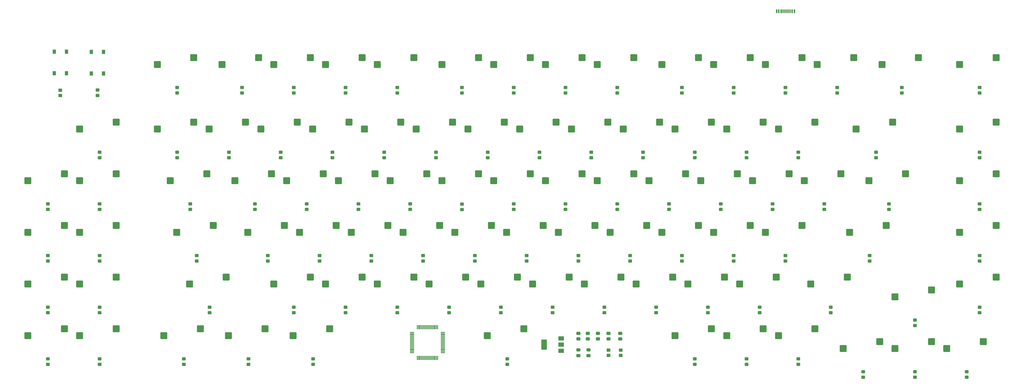
<source format=gbp>
G04 #@! TF.GenerationSoftware,KiCad,Pcbnew,(6.0.11)*
G04 #@! TF.CreationDate,2023-03-01T19:49:01+07:00*
G04 #@! TF.ProjectId,QCK,51434b2e-6b69-4636-9164-5f7063625858,rev?*
G04 #@! TF.SameCoordinates,Original*
G04 #@! TF.FileFunction,Paste,Bot*
G04 #@! TF.FilePolarity,Positive*
%FSLAX46Y46*%
G04 Gerber Fmt 4.6, Leading zero omitted, Abs format (unit mm)*
G04 Created by KiCad (PCBNEW (6.0.11)) date 2023-03-01 19:49:01*
%MOMM*%
%LPD*%
G01*
G04 APERTURE LIST*
G04 Aperture macros list*
%AMRoundRect*
0 Rectangle with rounded corners*
0 $1 Rounding radius*
0 $2 $3 $4 $5 $6 $7 $8 $9 X,Y pos of 4 corners*
0 Add a 4 corners polygon primitive as box body*
4,1,4,$2,$3,$4,$5,$6,$7,$8,$9,$2,$3,0*
0 Add four circle primitives for the rounded corners*
1,1,$1+$1,$2,$3*
1,1,$1+$1,$4,$5*
1,1,$1+$1,$6,$7*
1,1,$1+$1,$8,$9*
0 Add four rect primitives between the rounded corners*
20,1,$1+$1,$2,$3,$4,$5,0*
20,1,$1+$1,$4,$5,$6,$7,0*
20,1,$1+$1,$6,$7,$8,$9,0*
20,1,$1+$1,$8,$9,$2,$3,0*%
G04 Aperture macros list end*
%ADD10RoundRect,0.250000X0.450000X-0.325000X0.450000X0.325000X-0.450000X0.325000X-0.450000X-0.325000X0*%
%ADD11RoundRect,0.250000X1.025000X1.000000X-1.025000X1.000000X-1.025000X-1.000000X1.025000X-1.000000X0*%
%ADD12R,1.300000X1.550000*%
%ADD13R,2.000000X1.500000*%
%ADD14R,2.000000X3.800000*%
%ADD15RoundRect,0.075000X-0.700000X-0.075000X0.700000X-0.075000X0.700000X0.075000X-0.700000X0.075000X0*%
%ADD16RoundRect,0.075000X-0.075000X-0.700000X0.075000X-0.700000X0.075000X0.700000X-0.075000X0.700000X0*%
%ADD17RoundRect,0.250000X-0.450000X0.350000X-0.450000X-0.350000X0.450000X-0.350000X0.450000X0.350000X0*%
%ADD18RoundRect,0.250000X0.475000X-0.337500X0.475000X0.337500X-0.475000X0.337500X-0.475000X-0.337500X0*%
%ADD19R,0.600000X1.450000*%
%ADD20R,0.300000X1.450000*%
G04 APERTURE END LIST*
D10*
X334960000Y-135022493D03*
X334960000Y-132972493D03*
X168272500Y-73253743D03*
X168272500Y-71203743D03*
D11*
X265687500Y-43494993D03*
X279137500Y-40954993D03*
D10*
X358772500Y-111209993D03*
X358772500Y-109159993D03*
D11*
X299025000Y-19682493D03*
X312475000Y-17142493D03*
D10*
X89691250Y-130259993D03*
X89691250Y-128209993D03*
D11*
X246637500Y-43494993D03*
X260087500Y-40954993D03*
D10*
X106360000Y-111209993D03*
X106360000Y-109159993D03*
D11*
X94237500Y-43494993D03*
X107687500Y-40954993D03*
X99000000Y-100644993D03*
X112450000Y-98104993D03*
D10*
X325435000Y-73109993D03*
X325435000Y-71059993D03*
D12*
X31864375Y-15067493D03*
X31864375Y-23017493D03*
X36364375Y-15067493D03*
X36364375Y-23017493D03*
D11*
X246637500Y-119694993D03*
X260087500Y-117154993D03*
X58518750Y-119694993D03*
X71968750Y-117154993D03*
X132337500Y-43494993D03*
X145787500Y-40954993D03*
D10*
X334960000Y-115972493D03*
X334960000Y-113922493D03*
X15872500Y-111209993D03*
X15872500Y-109159993D03*
X287335000Y-92159993D03*
X287335000Y-90109993D03*
D11*
X160912500Y-62544993D03*
X174362500Y-60004993D03*
D10*
X187322500Y-73109993D03*
X187322500Y-71059993D03*
D11*
X313312500Y-43494993D03*
X326762500Y-40954993D03*
X8512500Y-81594993D03*
X21962500Y-79054993D03*
X27562500Y-43494993D03*
X41012500Y-40954993D03*
X63281250Y-81594993D03*
X76731250Y-79054993D03*
D10*
X244472500Y-73109993D03*
X244472500Y-71059993D03*
X220660000Y-111209993D03*
X220660000Y-109159993D03*
D11*
X351412500Y-81594993D03*
X364862500Y-79054993D03*
D10*
X34922500Y-73109993D03*
X34922500Y-71059993D03*
X318291250Y-92159993D03*
X318291250Y-90109993D03*
X211135000Y-92159993D03*
X211135000Y-90109993D03*
X173035000Y-92159993D03*
X173035000Y-90109993D03*
D11*
X265687500Y-119694993D03*
X279137500Y-117154993D03*
D10*
X92072500Y-73109993D03*
X92072500Y-71059993D03*
D11*
X79950000Y-19682493D03*
X93400000Y-17142493D03*
X279975000Y-19682493D03*
X293425000Y-17142493D03*
X82331250Y-119694993D03*
X95781250Y-117154993D03*
D10*
X277810000Y-111209993D03*
X277810000Y-109159993D03*
D11*
X327600000Y-105407493D03*
X341050000Y-102867493D03*
D10*
X63497500Y-30247493D03*
X63497500Y-28197493D03*
D11*
X156150000Y-100644993D03*
X169600000Y-98104993D03*
X27562500Y-119694993D03*
X41012500Y-117154993D03*
D10*
X253997500Y-54059993D03*
X253997500Y-52009993D03*
D11*
X179962500Y-62544993D03*
X193412500Y-60004993D03*
D10*
X253997500Y-130259993D03*
X253997500Y-128209993D03*
X187322500Y-30247493D03*
X187322500Y-28197493D03*
X358772500Y-30247493D03*
X358772500Y-28197493D03*
D11*
X260925000Y-81594993D03*
X274375000Y-79054993D03*
D10*
X306385000Y-30247493D03*
X306385000Y-28197493D03*
X75403750Y-111209993D03*
X75403750Y-109159993D03*
X206372500Y-73109993D03*
X206372500Y-71059993D03*
D11*
X146625000Y-81594993D03*
X160075000Y-79054993D03*
D13*
X204760000Y-120728743D03*
D14*
X198460000Y-123028743D03*
D13*
X204760000Y-123028743D03*
X204760000Y-125328743D03*
D11*
X203775000Y-81594993D03*
X217225000Y-79054993D03*
X222825000Y-81594993D03*
X236275000Y-79054993D03*
X8512500Y-119694993D03*
X21962500Y-117154993D03*
D10*
X115885000Y-92159993D03*
X115885000Y-90109993D03*
D11*
X27562500Y-62544993D03*
X41012500Y-60004993D03*
X179962500Y-19682493D03*
X193412500Y-17142493D03*
X241875000Y-81594993D03*
X255325000Y-79054993D03*
X296643750Y-100644993D03*
X310093750Y-98104993D03*
D15*
X149897500Y-125984993D03*
X149897500Y-125484993D03*
X149897500Y-124984993D03*
X149897500Y-124484993D03*
X149897500Y-123984993D03*
X149897500Y-123484993D03*
X149897500Y-122984993D03*
X149897500Y-122484993D03*
X149897500Y-121984993D03*
X149897500Y-121484993D03*
X149897500Y-120984993D03*
X149897500Y-120484993D03*
X149897500Y-119984993D03*
X149897500Y-119484993D03*
X149897500Y-118984993D03*
X149897500Y-118484993D03*
D16*
X151822500Y-116559993D03*
X152322500Y-116559993D03*
X152822500Y-116559993D03*
X153322500Y-116559993D03*
X153822500Y-116559993D03*
X154322500Y-116559993D03*
X154822500Y-116559993D03*
X155322500Y-116559993D03*
X155822500Y-116559993D03*
X156322500Y-116559993D03*
X156822500Y-116559993D03*
X157322500Y-116559993D03*
X157822500Y-116559993D03*
X158322500Y-116559993D03*
X158822500Y-116559993D03*
X159322500Y-116559993D03*
D15*
X161247500Y-118484993D03*
X161247500Y-118984993D03*
X161247500Y-119484993D03*
X161247500Y-119984993D03*
X161247500Y-120484993D03*
X161247500Y-120984993D03*
X161247500Y-121484993D03*
X161247500Y-121984993D03*
X161247500Y-122484993D03*
X161247500Y-122984993D03*
X161247500Y-123484993D03*
X161247500Y-123984993D03*
X161247500Y-124484993D03*
X161247500Y-124984993D03*
X161247500Y-125484993D03*
X161247500Y-125984993D03*
D16*
X159322500Y-127909993D03*
X158822500Y-127909993D03*
X158322500Y-127909993D03*
X157822500Y-127909993D03*
X157322500Y-127909993D03*
X156822500Y-127909993D03*
X156322500Y-127909993D03*
X155822500Y-127909993D03*
X155322500Y-127909993D03*
X154822500Y-127909993D03*
X154322500Y-127909993D03*
X153822500Y-127909993D03*
X153322500Y-127909993D03*
X152822500Y-127909993D03*
X152322500Y-127909993D03*
X151822500Y-127909993D03*
D10*
X70641250Y-92159993D03*
X70641250Y-90109993D03*
X34922500Y-130259993D03*
X34922500Y-128209993D03*
X125410000Y-111209993D03*
X125410000Y-109159993D03*
D17*
X222247500Y-124997493D03*
X222247500Y-126997493D03*
D10*
X196847500Y-54059993D03*
X196847500Y-52009993D03*
D11*
X56137500Y-43494993D03*
X69587500Y-40954993D03*
X351412500Y-19682493D03*
X364862500Y-17142493D03*
X160912500Y-19682493D03*
X174362500Y-17142493D03*
X322837500Y-19682493D03*
X336287500Y-17142493D03*
X89475000Y-81594993D03*
X102925000Y-79054993D03*
D10*
X106360000Y-30247493D03*
X106360000Y-28197493D03*
D11*
X256162500Y-62544993D03*
X269612500Y-60004993D03*
X199012500Y-19682493D03*
X212462500Y-17142493D03*
D10*
X268285000Y-30247493D03*
X268285000Y-28197493D03*
X149222500Y-73109993D03*
X149222500Y-71059993D03*
D11*
X218062500Y-62544993D03*
X231512500Y-60004993D03*
D10*
X358772500Y-92159993D03*
X358772500Y-90109993D03*
D11*
X310931250Y-81594993D03*
X324381250Y-79054993D03*
D10*
X249235000Y-92159993D03*
X249235000Y-90109993D03*
X263522500Y-73109993D03*
X263522500Y-71059993D03*
D18*
X222247500Y-120891243D03*
X222247500Y-118816243D03*
D11*
X351412500Y-43494993D03*
X364862500Y-40954993D03*
D17*
X226672500Y-124997493D03*
X226672500Y-126997493D03*
D10*
X273047500Y-130259993D03*
X273047500Y-128209993D03*
X292097500Y-130259993D03*
X292097500Y-128209993D03*
D11*
X308550000Y-124457493D03*
X322000000Y-121917493D03*
X284737500Y-119694993D03*
X298187500Y-117154993D03*
X103762500Y-62544993D03*
X117212500Y-60004993D03*
X218062500Y-19682493D03*
X231512500Y-17142493D03*
X84712500Y-62544993D03*
X98162500Y-60004993D03*
D10*
X358772500Y-54059993D03*
X358772500Y-52009993D03*
X130172500Y-73109993D03*
X130172500Y-71059993D03*
D11*
X60900000Y-62544993D03*
X74350000Y-60004993D03*
D10*
X113503750Y-130259993D03*
X113503750Y-128209993D03*
D11*
X177581250Y-119694993D03*
X191031250Y-117154993D03*
D10*
X144460000Y-111209993D03*
X144460000Y-109159993D03*
X282572500Y-73109993D03*
X282572500Y-71059993D03*
D11*
X184725000Y-81594993D03*
X198175000Y-79054993D03*
D10*
X34922500Y-54059993D03*
X34922500Y-52009993D03*
D18*
X214860000Y-127034993D03*
X214860000Y-124959993D03*
D10*
X320672500Y-54059993D03*
X320672500Y-52009993D03*
X120647500Y-54059993D03*
X120647500Y-52009993D03*
X268285000Y-92159993D03*
X268285000Y-90109993D03*
D11*
X175200000Y-100644993D03*
X188650000Y-98104993D03*
D10*
X111122500Y-73109993D03*
X111122500Y-71059993D03*
D18*
X218278750Y-120891243D03*
X218278750Y-118816243D03*
D11*
X232350000Y-100644993D03*
X245800000Y-98104993D03*
X113287500Y-43494993D03*
X126737500Y-40954993D03*
D10*
X65878750Y-130259993D03*
X65878750Y-128209993D03*
X125410000Y-30247493D03*
X125410000Y-28197493D03*
D11*
X137100000Y-100644993D03*
X150550000Y-98104993D03*
D10*
X163510000Y-111209993D03*
X163510000Y-109159993D03*
X63497500Y-54059993D03*
X63497500Y-52009993D03*
X239710000Y-111209993D03*
X239710000Y-109159993D03*
X225422500Y-30247493D03*
X225422500Y-28197493D03*
D11*
X294262500Y-62544993D03*
X307712500Y-60004993D03*
D10*
X287335000Y-30247493D03*
X287335000Y-28197493D03*
X158747500Y-54059993D03*
X158747500Y-52009993D03*
X206372500Y-30247493D03*
X206372500Y-28197493D03*
X82547500Y-54059993D03*
X82547500Y-52009993D03*
X34922500Y-111209993D03*
X34922500Y-109159993D03*
X225422500Y-73109993D03*
X225422500Y-71059993D03*
X34922500Y-92159993D03*
X34922500Y-90109993D03*
D11*
X251400000Y-100644993D03*
X264850000Y-98104993D03*
X318075000Y-62544993D03*
X331525000Y-60004993D03*
D10*
X304003750Y-111209993D03*
X304003750Y-109159993D03*
D11*
X275212500Y-62544993D03*
X288662500Y-60004993D03*
X122812500Y-62544993D03*
X136262500Y-60004993D03*
D17*
X34134375Y-29142493D03*
X34134375Y-31142493D03*
D11*
X208537500Y-43494993D03*
X221987500Y-40954993D03*
D10*
X182560000Y-111209993D03*
X182560000Y-109159993D03*
D11*
X8512500Y-100644993D03*
X21962500Y-98104993D03*
X127575000Y-81594993D03*
X141025000Y-79054993D03*
X351412500Y-100644993D03*
X364862500Y-98104993D03*
D10*
X201610000Y-111209993D03*
X201610000Y-109159993D03*
X153985000Y-92159993D03*
X153985000Y-90109993D03*
D11*
X227587500Y-43494993D03*
X241037500Y-40954993D03*
X284737500Y-43494993D03*
X298187500Y-40954993D03*
D18*
X226553750Y-120891243D03*
X226553750Y-118816243D03*
D11*
X270450000Y-100644993D03*
X283900000Y-98104993D03*
D19*
X284085000Y-73743D03*
X284885000Y-73743D03*
D20*
X286085000Y-73743D03*
X287085000Y-73743D03*
X287585000Y-73743D03*
X288585000Y-73743D03*
D19*
X289785000Y-73743D03*
X290585000Y-73743D03*
X290585000Y-73743D03*
X289785000Y-73743D03*
D20*
X289085000Y-73743D03*
X288085000Y-73743D03*
X286585000Y-73743D03*
X285585000Y-73743D03*
D19*
X284885000Y-73743D03*
X284085000Y-73743D03*
D11*
X56137500Y-19682493D03*
X69587500Y-17142493D03*
D17*
X20484375Y-29159993D03*
X20484375Y-31159993D03*
D11*
X241875000Y-19682493D03*
X255325000Y-17142493D03*
D18*
X211135000Y-127034993D03*
X211135000Y-124959993D03*
D10*
X139697500Y-54059993D03*
X139697500Y-52009993D03*
X315910000Y-135022493D03*
X315910000Y-132972493D03*
D11*
X199012500Y-62544993D03*
X212462500Y-60004993D03*
X118050000Y-100644993D03*
X131500000Y-98104993D03*
X137100000Y-19682493D03*
X150550000Y-17142493D03*
D10*
X258760000Y-111209993D03*
X258760000Y-109159993D03*
D12*
X18254375Y-14997493D03*
X18254375Y-22947493D03*
X22754375Y-22947493D03*
X22754375Y-14997493D03*
D10*
X273047500Y-54059993D03*
X273047500Y-52009993D03*
D18*
X211135000Y-120891243D03*
X211135000Y-118816243D03*
D11*
X165675000Y-81594993D03*
X179125000Y-79054993D03*
X327600000Y-124457493D03*
X341050000Y-121917493D03*
X106143750Y-119694993D03*
X119593750Y-117154993D03*
D10*
X215897500Y-54059993D03*
X215897500Y-52009993D03*
X184941250Y-130259993D03*
X184941250Y-128209993D03*
X354010000Y-135022493D03*
X354010000Y-132972493D03*
X301622500Y-73109993D03*
X301622500Y-71059993D03*
D11*
X346650000Y-124457493D03*
X360100000Y-121917493D03*
X68043750Y-100644993D03*
X81493750Y-98104993D03*
D10*
X292097500Y-54059993D03*
X292097500Y-52009993D03*
D11*
X118050000Y-19682493D03*
X131500000Y-17142493D03*
D10*
X96835000Y-92159993D03*
X96835000Y-90109993D03*
X101597500Y-54059993D03*
X101597500Y-52009993D03*
X177797500Y-54059993D03*
X177797500Y-52009993D03*
D11*
X27562500Y-81594993D03*
X41012500Y-79054993D03*
D10*
X68260000Y-73109993D03*
X68260000Y-71059993D03*
X249235000Y-30247493D03*
X249235000Y-28197493D03*
X230185000Y-92159993D03*
X230185000Y-90109993D03*
X358772500Y-73109993D03*
X358772500Y-71059993D03*
D11*
X170437500Y-43494993D03*
X183887500Y-40954993D03*
X260925000Y-19682493D03*
X274375000Y-17142493D03*
D10*
X134935000Y-92159993D03*
X134935000Y-90109993D03*
D11*
X108525000Y-81594993D03*
X121975000Y-79054993D03*
X75187500Y-43494993D03*
X88637500Y-40954993D03*
X194250000Y-100644993D03*
X207700000Y-98104993D03*
D10*
X15872500Y-73109993D03*
X15872500Y-71059993D03*
X168272500Y-30247493D03*
X168272500Y-28197493D03*
D11*
X99000000Y-19682493D03*
X112450000Y-17142493D03*
D18*
X214597500Y-120891243D03*
X214597500Y-118816243D03*
D11*
X213300000Y-100644993D03*
X226750000Y-98104993D03*
X151387500Y-43494993D03*
X164837500Y-40954993D03*
X141862500Y-62544993D03*
X155312500Y-60004993D03*
D10*
X15872500Y-130259993D03*
X15872500Y-128209993D03*
D11*
X8512500Y-62544993D03*
X21962500Y-60004993D03*
X279975000Y-81594993D03*
X293425000Y-79054993D03*
X27562500Y-100644993D03*
X41012500Y-98104993D03*
X351412500Y-62544993D03*
X364862500Y-60004993D03*
X237112500Y-62544993D03*
X250562500Y-60004993D03*
D10*
X234947500Y-54059993D03*
X234947500Y-52009993D03*
X144460000Y-30247493D03*
X144460000Y-28197493D03*
X330197500Y-30247493D03*
X330197500Y-28197493D03*
D11*
X189487500Y-43494993D03*
X202937500Y-40954993D03*
D10*
X192085000Y-92159993D03*
X192085000Y-90109993D03*
X87310000Y-30247493D03*
X87310000Y-28197493D03*
X15872500Y-92159993D03*
X15872500Y-90109993D03*
M02*

</source>
